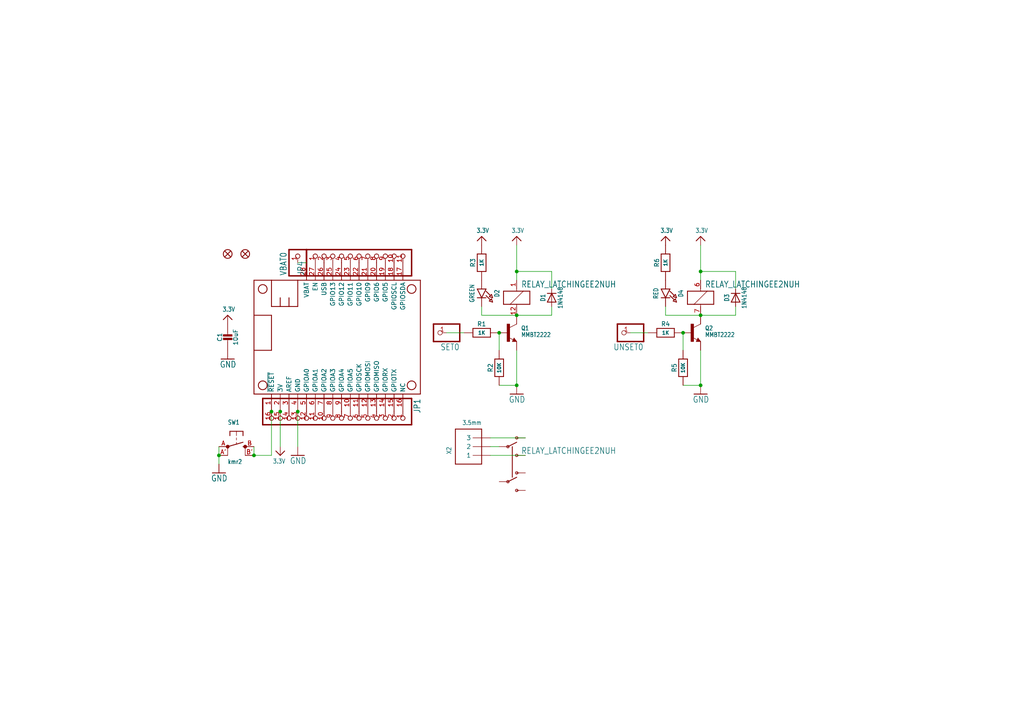
<source format=kicad_sch>
(kicad_sch (version 20230121) (generator eeschema)
  (paper "A4")
  (lib_symbols
    (symbol "working-eagle-import:3.3V" (power)
      (property "Value" "3.3V" (at -1.524 1.016 0))
      (symbol "3.3V_1_0"
        (polyline (pts (xy -1.27 -1.27) (xy 0 0)) (stroke (width 0.254)))
        (polyline (pts (xy 0 0) (xy 1.27 -1.27)) (stroke (width 0.254)))
        (pin power_in line (at 0 -2.54 90) (length 2.54) (name "3.3V") (number "1"))
      )
    )
    (symbol "working-eagle-import:CAP_CERAMIC0805-NOOUTLINE"
      (property "Reference" "C" (at -2.29 1.25 90))
      (symbol "CAP_CERAMIC0805-NOOUTLINE_1_0"
        (rectangle (start -1.27 0.508) (end 1.27 1.016) (fill (type outline)))
        (rectangle (start -1.27 1.524) (end 1.27 2.032) (fill (type outline)))
        (polyline (pts (xy 0 0.762) (xy 0 0)) (stroke (width 0.1524)))
        (polyline (pts (xy 0 2.54) (xy 0 1.778)) (stroke (width 0.1524)))
        (pin passive line (at 0 5.08 270) (length 2.54) (name "1") (number "1"))
        (pin passive line (at 0 -2.54 90) (length 2.54) (name "2") (number "2"))
      )
    )
    (symbol "working-eagle-import:DIODESOD-323"
      (property "Reference" "D" (at 0 2.54 0))
      (symbol "DIODESOD-323_1_0"
        (polyline (pts (xy -1.27 -1.27) (xy 1.27 0)) (stroke (width 0.254)))
        (polyline (pts (xy -1.27 1.27) (xy -1.27 -1.27)) (stroke (width 0.254)))
        (polyline (pts (xy 1.27 0) (xy -1.27 1.27)) (stroke (width 0.254)))
        (polyline (pts (xy 1.27 0) (xy 1.27 -1.27)) (stroke (width 0.254)))
        (polyline (pts (xy 1.27 1.27) (xy 1.27 0)) (stroke (width 0.254)))
        (pin passive line (at -2.54 0 0) (length 2.54) (name "A") (number "A"))
        (pin passive line (at 2.54 0 180) (length 2.54) (name "C") (number "C"))
      )
    )
    (symbol "working-eagle-import:FIDUCIAL{dblquote}{dblquote}"
      (symbol "FIDUCIAL{dblquote}{dblquote}_1_0"
        (polyline (pts (xy -0.762 0.762) (xy 0.762 -0.762)) (stroke (width 0.254)))
        (polyline (pts (xy 0.762 0.762) (xy -0.762 -0.762)) (stroke (width 0.254)))
        (circle (center 0 0) (radius 1.27) (stroke (width 0.254)))
      )
    )
    (symbol "working-eagle-import:GND" (power)
      (property "Value" "GND" (at -2.54 -2.54 0))
      (symbol "GND_1_0"
        (polyline (pts (xy -1.905 0) (xy 1.905 0)) (stroke (width 0.254)))
        (pin power_in line (at 0 2.54 270) (length 2.54) (name "GND") (number "1"))
      )
    )
    (symbol "working-eagle-import:HEADER-1X11"
      (property "Reference" "JP" (at -6.35 15.875 0))
      (symbol "HEADER-1X11_1_0"
        (polyline (pts (xy -6.35 -15.24) (xy 1.27 -15.24)) (stroke (width 0.4064)))
        (polyline (pts (xy -6.35 15.24) (xy -6.35 -15.24)) (stroke (width 0.4064)))
        (polyline (pts (xy 1.27 -15.24) (xy 1.27 15.24)) (stroke (width 0.4064)))
        (polyline (pts (xy 1.27 15.24) (xy -6.35 15.24)) (stroke (width 0.4064)))
        (pin passive inverted (at -2.54 12.7 0) (length 2.54) (name "1") (number "1"))
        (pin passive inverted (at -2.54 -10.16 0) (length 2.54) (name "10") (number "10"))
        (pin passive inverted (at -2.54 -12.7 0) (length 2.54) (name "11") (number "11"))
        (pin passive inverted (at -2.54 10.16 0) (length 2.54) (name "2") (number "2"))
        (pin passive inverted (at -2.54 7.62 0) (length 2.54) (name "3") (number "3"))
        (pin passive inverted (at -2.54 5.08 0) (length 2.54) (name "4") (number "4"))
        (pin passive inverted (at -2.54 2.54 0) (length 2.54) (name "5") (number "5"))
        (pin passive inverted (at -2.54 0 0) (length 2.54) (name "6") (number "6"))
        (pin passive inverted (at -2.54 -2.54 0) (length 2.54) (name "7") (number "7"))
        (pin passive inverted (at -2.54 -5.08 0) (length 2.54) (name "8") (number "8"))
        (pin passive inverted (at -2.54 -7.62 0) (length 2.54) (name "9") (number "9"))
      )
    )
    (symbol "working-eagle-import:HEADER-1X16ROUND"
      (property "Reference" "JP" (at -6.35 20.955 0))
      (symbol "HEADER-1X16ROUND_1_0"
        (polyline (pts (xy -6.35 -22.86) (xy 1.27 -22.86)) (stroke (width 0.4064)))
        (polyline (pts (xy -6.35 20.32) (xy -6.35 -22.86)) (stroke (width 0.4064)))
        (polyline (pts (xy 1.27 -22.86) (xy 1.27 20.32)) (stroke (width 0.4064)))
        (polyline (pts (xy 1.27 20.32) (xy -6.35 20.32)) (stroke (width 0.4064)))
        (pin passive inverted (at -2.54 17.78 0) (length 2.54) (name "1") (number "1"))
        (pin passive inverted (at -2.54 -5.08 0) (length 2.54) (name "10") (number "10"))
        (pin passive inverted (at -2.54 -7.62 0) (length 2.54) (name "11") (number "11"))
        (pin passive inverted (at -2.54 -10.16 0) (length 2.54) (name "12") (number "12"))
        (pin passive inverted (at -2.54 -12.7 0) (length 2.54) (name "13") (number "13"))
        (pin passive inverted (at -2.54 -15.24 0) (length 2.54) (name "14") (number "14"))
        (pin passive inverted (at -2.54 -17.78 0) (length 2.54) (name "15") (number "15"))
        (pin passive inverted (at -2.54 -20.32 0) (length 2.54) (name "16") (number "16"))
        (pin passive inverted (at -2.54 15.24 0) (length 2.54) (name "2") (number "2"))
        (pin passive inverted (at -2.54 12.7 0) (length 2.54) (name "3") (number "3"))
        (pin passive inverted (at -2.54 10.16 0) (length 2.54) (name "4") (number "4"))
        (pin passive inverted (at -2.54 7.62 0) (length 2.54) (name "5") (number "5"))
        (pin passive inverted (at -2.54 5.08 0) (length 2.54) (name "6") (number "6"))
        (pin passive inverted (at -2.54 2.54 0) (length 2.54) (name "7") (number "7"))
        (pin passive inverted (at -2.54 0 0) (length 2.54) (name "8") (number "8"))
        (pin passive inverted (at -2.54 -2.54 0) (length 2.54) (name "9") (number "9"))
      )
    )
    (symbol "working-eagle-import:HEADER-1X1ROUND"
      (property "Reference" "JP" (at -6.35 3.175 0))
      (symbol "HEADER-1X1ROUND_1_0"
        (polyline (pts (xy -6.35 -2.54) (xy 1.27 -2.54)) (stroke (width 0.4064)))
        (polyline (pts (xy -6.35 2.54) (xy -6.35 -2.54)) (stroke (width 0.4064)))
        (polyline (pts (xy 1.27 -2.54) (xy 1.27 2.54)) (stroke (width 0.4064)))
        (polyline (pts (xy 1.27 2.54) (xy -6.35 2.54)) (stroke (width 0.4064)))
        (pin passive inverted (at -2.54 0 0) (length 2.54) (name "1") (number "1"))
      )
    )
    (symbol "working-eagle-import:LED0805_NOOUTLINE"
      (property "Reference" "D" (at -1.27 4.445 0))
      (symbol "LED0805_NOOUTLINE_1_0"
        (polyline (pts (xy -2.54 -1.27) (xy 0 0)) (stroke (width 0.254)))
        (polyline (pts (xy -2.54 1.27) (xy -2.54 -1.27)) (stroke (width 0.254)))
        (polyline (pts (xy -1.905 1.27) (xy -0.635 2.54)) (stroke (width 0.254)))
        (polyline (pts (xy -0.9525 2.8575) (xy -0.3175 2.2225)) (stroke (width 0.254)))
        (polyline (pts (xy -0.635 1.27) (xy 0.635 2.54)) (stroke (width 0.254)))
        (polyline (pts (xy -0.3175 2.2225) (xy 0 3.175)) (stroke (width 0.254)))
        (polyline (pts (xy 0 0) (xy -2.54 1.27)) (stroke (width 0.254)))
        (polyline (pts (xy 0 0) (xy 0 -1.27)) (stroke (width 0.254)))
        (polyline (pts (xy 0 1.27) (xy 0 0)) (stroke (width 0.254)))
        (polyline (pts (xy 0 3.175) (xy -0.9525 2.8575)) (stroke (width 0.254)))
        (polyline (pts (xy 0.3175 2.8575) (xy 0.9525 2.2225)) (stroke (width 0.254)))
        (polyline (pts (xy 0.9525 2.2225) (xy 1.27 3.175)) (stroke (width 0.254)))
        (polyline (pts (xy 1.27 3.175) (xy 0.3175 2.8575)) (stroke (width 0.254)))
        (pin passive line (at -5.08 0 0) (length 2.54) (name "A") (number "A"))
        (pin passive line (at 2.54 0 180) (length 2.54) (name "C") (number "C"))
      )
    )
    (symbol "working-eagle-import:MICROSHIELD"
      (symbol "MICROSHIELD_1_0"
        (polyline (pts (xy 0 0) (xy 48.26 0)) (stroke (width 0.254)))
        (polyline (pts (xy 0 12.7) (xy 0 0)) (stroke (width 0.254)))
        (polyline (pts (xy 0 22.86) (xy 0 12.7)) (stroke (width 0.254)))
        (polyline (pts (xy 0 22.86) (xy 5.08 22.86)) (stroke (width 0.254)))
        (polyline (pts (xy 0 33.02) (xy 0 22.86)) (stroke (width 0.254)))
        (polyline (pts (xy 5.08 12.7) (xy 0 12.7)) (stroke (width 0.254)))
        (polyline (pts (xy 5.08 22.86) (xy 5.08 12.7)) (stroke (width 0.254)))
        (polyline (pts (xy 5.08 25.4) (xy 7.62 25.4)) (stroke (width 0.254)))
        (polyline (pts (xy 5.08 33.02) (xy 0 33.02)) (stroke (width 0.254)))
        (polyline (pts (xy 5.08 33.02) (xy 5.08 25.4)) (stroke (width 0.254)))
        (polyline (pts (xy 7.62 25.4) (xy 10.16 25.4)) (stroke (width 0.254)))
        (polyline (pts (xy 7.62 27.94) (xy 7.62 25.4)) (stroke (width 0.254)))
        (polyline (pts (xy 10.16 25.4) (xy 12.7 25.4)) (stroke (width 0.254)))
        (polyline (pts (xy 10.16 27.94) (xy 10.16 25.4)) (stroke (width 0.254)))
        (polyline (pts (xy 12.7 25.4) (xy 12.7 33.02)) (stroke (width 0.254)))
        (polyline (pts (xy 12.7 33.02) (xy 5.08 33.02)) (stroke (width 0.254)))
        (polyline (pts (xy 48.26 0) (xy 48.26 33.02)) (stroke (width 0.254)))
        (polyline (pts (xy 48.26 33.02) (xy 12.7 33.02)) (stroke (width 0.254)))
        (circle (center 2.54 2.54) (radius 1.27) (stroke (width 0.254)))
        (circle (center 2.54 30.48) (radius 1.27) (stroke (width 0.254)))
        (circle (center 45.72 2.54) (radius 1.27) (stroke (width 0.254)))
        (circle (center 45.72 30.48) (radius 1.27) (stroke (width 0.254)))
        (pin input line (at 5.08 -5.08 90) (length 5.08) (name "~{RESET}") (number "1"))
        (pin bidirectional line (at 27.94 -5.08 90) (length 5.08) (name "GPIOA5") (number "10"))
        (pin bidirectional line (at 30.48 -5.08 90) (length 5.08) (name "GPIOSCK") (number "11"))
        (pin bidirectional line (at 33.02 -5.08 90) (length 5.08) (name "GPIOMOSI") (number "12"))
        (pin bidirectional line (at 35.56 -5.08 90) (length 5.08) (name "GPIOMISO") (number "13"))
        (pin bidirectional line (at 38.1 -5.08 90) (length 5.08) (name "GPIORX") (number "14"))
        (pin bidirectional line (at 40.64 -5.08 90) (length 5.08) (name "GPIOTX") (number "15"))
        (pin passive line (at 43.18 -5.08 90) (length 5.08) (name "NC") (number "16"))
        (pin bidirectional line (at 43.18 38.1 270) (length 5.08) (name "GPIOSDA") (number "17"))
        (pin bidirectional line (at 40.64 38.1 270) (length 5.08) (name "GPIOSCL") (number "18"))
        (pin bidirectional line (at 38.1 38.1 270) (length 5.08) (name "GPIO5") (number "19"))
        (pin power_in line (at 7.62 -5.08 90) (length 5.08) (name "3V") (number "2"))
        (pin bidirectional line (at 35.56 38.1 270) (length 5.08) (name "GPIO6") (number "20"))
        (pin bidirectional line (at 33.02 38.1 270) (length 5.08) (name "GPIO9") (number "21"))
        (pin bidirectional line (at 30.48 38.1 270) (length 5.08) (name "GPIO10") (number "22"))
        (pin bidirectional line (at 27.94 38.1 270) (length 5.08) (name "GPIO11") (number "23"))
        (pin bidirectional line (at 25.4 38.1 270) (length 5.08) (name "GPIO12") (number "24"))
        (pin bidirectional line (at 22.86 38.1 270) (length 5.08) (name "GPIO13") (number "25"))
        (pin power_in line (at 20.32 38.1 270) (length 5.08) (name "USB") (number "26"))
        (pin passive line (at 17.78 38.1 270) (length 5.08) (name "EN") (number "27"))
        (pin power_in line (at 15.24 38.1 270) (length 5.08) (name "VBAT") (number "28"))
        (pin passive line (at 10.16 -5.08 90) (length 5.08) (name "AREF") (number "3"))
        (pin power_in line (at 12.7 -5.08 90) (length 5.08) (name "GND") (number "4"))
        (pin bidirectional line (at 15.24 -5.08 90) (length 5.08) (name "GPIOA0") (number "5"))
        (pin bidirectional line (at 17.78 -5.08 90) (length 5.08) (name "GPIOA1") (number "6"))
        (pin bidirectional line (at 20.32 -5.08 90) (length 5.08) (name "GPIOA2") (number "7"))
        (pin bidirectional line (at 22.86 -5.08 90) (length 5.08) (name "GPIOA3") (number "8"))
        (pin bidirectional line (at 25.4 -5.08 90) (length 5.08) (name "GPIOA4") (number "9"))
      )
    )
    (symbol "working-eagle-import:RELAY_LATCHINGEE2NUH"
      (symbol "RELAY_LATCHINGEE2NUH_1_0"
        (polyline (pts (xy -3.81 -1.905) (xy -1.905 -1.905)) (stroke (width 0.254)))
        (polyline (pts (xy -3.81 1.905) (xy -3.81 -1.905)) (stroke (width 0.254)))
        (polyline (pts (xy -1.905 -1.905) (xy 0 -1.905)) (stroke (width 0.254)))
        (polyline (pts (xy -1.905 -1.905) (xy 1.905 1.905)) (stroke (width 0.1524)))
        (polyline (pts (xy 0 -2.54) (xy 0 -1.905)) (stroke (width 0.1524)))
        (polyline (pts (xy 0 -1.905) (xy 3.81 -1.905)) (stroke (width 0.254)))
        (polyline (pts (xy 0 1.905) (xy -3.81 1.905)) (stroke (width 0.254)))
        (polyline (pts (xy 0 2.54) (xy 0 1.905)) (stroke (width 0.1524)))
        (polyline (pts (xy 1.905 1.905) (xy 0 1.905)) (stroke (width 0.254)))
        (polyline (pts (xy 3.81 -1.905) (xy 3.81 1.905)) (stroke (width 0.254)))
        (polyline (pts (xy 3.81 1.905) (xy 1.905 1.905)) (stroke (width 0.254)))
        (pin passive line (at 0 5.08 270) (length 2.54) (name "1") (number "1"))
        (pin passive line (at 0 -5.08 90) (length 2.54) (name "2") (number "12"))
      )
      (symbol "RELAY_LATCHINGEE2NUH_2_0"
        (circle (center -2.54 -5.08) (radius 0.3592) (stroke (width 0.2032)))
        (circle (center -2.54 5.08) (radius 0.3592) (stroke (width 0.2032)))
        (circle (center 0 -7.62) (radius 0.3592) (stroke (width 0.2032)))
        (circle (center 0 -2.54) (radius 0.3592) (stroke (width 0.2032)))
        (polyline (pts (xy -2.54 -5.08) (xy 0 -3.81)) (stroke (width 0.254)))
        (polyline (pts (xy -2.54 5.08) (xy 0 6.35)) (stroke (width 0.254)))
        (polyline (pts (xy -1.27 5.08) (xy -1.27 -3.81)) (stroke (width 0.254)))
        (polyline (pts (xy 0 -7.62) (xy 0.635 -7.62)) (stroke (width 0.127)))
        (polyline (pts (xy 0 -2.54) (xy 0.635 -2.54)) (stroke (width 0.1524)))
        (polyline (pts (xy 0 2.54) (xy 0.635 2.54)) (stroke (width 0.127)))
        (polyline (pts (xy 0 7.62) (xy 0.635 7.62)) (stroke (width 0.1524)))
        (circle (center 0 2.54) (radius 0.3592) (stroke (width 0.2032)))
        (circle (center 0 7.62) (radius 0.3592) (stroke (width 0.2032)))
        (pin passive line (at 2.54 7.62 180) (length 2.54) (name "O1") (number "10"))
        (pin passive line (at 2.54 -2.54 180) (length 2.54) (name "O2") (number "3"))
        (pin passive line (at -5.08 -5.08 0) (length 2.54) (name "P2") (number "4"))
        (pin passive line (at 2.54 -7.62 180) (length 2.54) (name "S2") (number "5"))
        (pin passive line (at 2.54 2.54 180) (length 2.54) (name "S1") (number "8"))
        (pin passive line (at -5.08 5.08 0) (length 2.54) (name "P1") (number "9"))
      )
      (symbol "RELAY_LATCHINGEE2NUH_3_0"
        (polyline (pts (xy -3.81 -1.905) (xy -1.905 -1.905)) (stroke (width 0.254)))
        (polyline (pts (xy -3.81 1.905) (xy -3.81 -1.905)) (stroke (width 0.254)))
        (polyline (pts (xy -1.905 -1.905) (xy 0 -1.905)) (stroke (width 0.254)))
        (polyline (pts (xy -1.905 -1.905) (xy 1.905 1.905)) (stroke (width 0.1524)))
        (polyline (pts (xy 0 -2.54) (xy 0 -1.905)) (stroke (width 0.1524)))
        (polyline (pts (xy 0 -1.905) (xy 3.81 -1.905)) (stroke (width 0.254)))
        (polyline (pts (xy 0 1.905) (xy -3.81 1.905)) (stroke (width 0.254)))
        (polyline (pts (xy 0 2.54) (xy 0 1.905)) (stroke (width 0.1524)))
        (polyline (pts (xy 1.905 1.905) (xy 0 1.905)) (stroke (width 0.254)))
        (polyline (pts (xy 3.81 -1.905) (xy 3.81 1.905)) (stroke (width 0.254)))
        (polyline (pts (xy 3.81 1.905) (xy 1.905 1.905)) (stroke (width 0.254)))
        (pin passive line (at 0 5.08 270) (length 2.54) (name "1") (number "6"))
        (pin passive line (at 0 -5.08 90) (length 2.54) (name "2") (number "7"))
      )
    )
    (symbol "working-eagle-import:RESISTOR0805_NOOUTLINE"
      (property "Reference" "R" (at 0 2.54 0))
      (symbol "RESISTOR0805_NOOUTLINE_1_0"
        (polyline (pts (xy -2.54 -1.27) (xy -2.54 1.27)) (stroke (width 0.254)))
        (polyline (pts (xy -2.54 1.27) (xy 2.54 1.27)) (stroke (width 0.254)))
        (polyline (pts (xy 2.54 -1.27) (xy -2.54 -1.27)) (stroke (width 0.254)))
        (polyline (pts (xy 2.54 1.27) (xy 2.54 -1.27)) (stroke (width 0.254)))
        (pin passive line (at -5.08 0 0) (length 2.54) (name "1") (number "1"))
        (pin passive line (at 5.08 0 180) (length 2.54) (name "2") (number "2"))
      )
    )
    (symbol "working-eagle-import:SWITCH_TACT_SMT4.6X2.8"
      (property "Reference" "SW" (at -2.54 6.35 0))
      (symbol "SWITCH_TACT_SMT4.6X2.8_1_0"
        (circle (center -2.54 0) (radius 0.127) (stroke (width 0.4064)))
        (polyline (pts (xy -2.54 -2.54) (xy -2.54 0)) (stroke (width 0.1524)))
        (polyline (pts (xy -2.54 0) (xy 1.905 1.27)) (stroke (width 0.254)))
        (polyline (pts (xy -1.905 4.445) (xy -1.905 3.175)) (stroke (width 0.254)))
        (polyline (pts (xy 0 1.27) (xy 0 0.635)) (stroke (width 0.1524)))
        (polyline (pts (xy 0 2.54) (xy 0 1.905)) (stroke (width 0.1524)))
        (polyline (pts (xy 0 4.445) (xy -1.905 4.445)) (stroke (width 0.254)))
        (polyline (pts (xy 0 4.445) (xy 0 3.175)) (stroke (width 0.1524)))
        (polyline (pts (xy 1.905 0) (xy 2.54 0)) (stroke (width 0.254)))
        (polyline (pts (xy 1.905 4.445) (xy 0 4.445)) (stroke (width 0.254)))
        (polyline (pts (xy 1.905 4.445) (xy 1.905 3.175)) (stroke (width 0.254)))
        (polyline (pts (xy 2.54 -2.54) (xy 2.54 0)) (stroke (width 0.1524)))
        (circle (center 2.54 0) (radius 0.127) (stroke (width 0.4064)))
        (pin passive line (at -5.08 0 0) (length 2.54) (name "P") (number "A"))
        (pin passive line (at -5.08 -2.54 0) (length 2.54) (name "P1") (number "A'"))
        (pin passive line (at 5.08 0 180) (length 2.54) (name "S") (number "B"))
        (pin passive line (at 5.08 -2.54 180) (length 2.54) (name "S1") (number "B'"))
      )
    )
    (symbol "working-eagle-import:TERMBLOCK_1X3"
      (property "Reference" "X" (at -2.54 7.62 0))
      (symbol "TERMBLOCK_1X3_1_0"
        (polyline (pts (xy -2.54 -5.08) (xy 5.08 -5.08)) (stroke (width 0.254)))
        (polyline (pts (xy -2.54 5.08) (xy -2.54 -5.08)) (stroke (width 0.254)))
        (polyline (pts (xy 5.08 -5.08) (xy 5.08 5.08)) (stroke (width 0.254)))
        (polyline (pts (xy 5.08 5.08) (xy -2.54 5.08)) (stroke (width 0.254)))
        (pin passive line (at -5.08 2.54 0) (length 5.08) (name "1") (number "1"))
        (pin passive line (at -5.08 0 0) (length 5.08) (name "2") (number "2"))
        (pin passive line (at -5.08 -2.54 0) (length 5.08) (name "3") (number "3"))
      )
    )
    (symbol "working-eagle-import:TRANSISTOR_NPN"
      (property "Reference" "Q" (at 1.27 0.635 0))
      (symbol "TRANSISTOR_NPN_1_0"
        (rectangle (start -2.794 -2.54) (end -2.032 2.54) (fill (type outline)))
        (polyline (pts (xy -1.27 -2.54) (xy -0.762 -1.524)) (stroke (width 0.1524)))
        (polyline (pts (xy -1.016 -2.413) (xy -0.254 -2.413)) (stroke (width 0.254)))
        (polyline (pts (xy -1.016 -2.286) (xy -0.635 -2.286)) (stroke (width 0.254)))
        (polyline (pts (xy -1 -2.04) (xy -2.232 -1.424)) (stroke (width 0.1524)))
        (polyline (pts (xy -0.762 -1.778) (xy -1.016 -2.286)) (stroke (width 0.254)))
        (polyline (pts (xy -0.762 -1.524) (xy 0 -2.54)) (stroke (width 0.1524)))
        (polyline (pts (xy -0.635 -2.286) (xy -0.762 -2.032)) (stroke (width 0.254)))
        (polyline (pts (xy -0.254 -2.413) (xy -0.762 -1.778)) (stroke (width 0.254)))
        (polyline (pts (xy 0 -2.54) (xy -1.27 -2.54)) (stroke (width 0.1524)))
        (polyline (pts (xy 0 2.54) (xy -2.032 1.524)) (stroke (width 0.1524)))
        (pin passive line (at -5.08 0 0) (length 2.54) (name "B") (number "1"))
        (pin passive line (at 0 -5.08 90) (length 2.54) (name "E") (number "2"))
        (pin passive line (at 0 5.08 270) (length 2.54) (name "C") (number "3"))
      )
    )
  )
  (junction (at 149.86 78.74))
  (junction (at 73.66 132.08))
  (junction (at 198.12 96.52))
  (junction (at 144.78 96.52))
  (junction (at 203.2 78.74))
  (junction (at 203.2 111.76))
  (junction (at 78.74 119.38))
  (junction (at 86.36 119.38))
  (junction (at 149.86 91.44))
  (junction (at 63.5 132.08))
  (junction (at 149.86 111.76))
  (junction (at 81.28 119.38))
  (junction (at 203.2 91.44))
  (wire (pts (xy 78.74 132.08) (xy 78.74 119.38)) (stroke (width 0.1524)))
  (wire (pts (xy 182.88 96.52) (xy 187.96 96.52)) (stroke (width 0.1524)))
  (wire (pts (xy 193.04 91.44) (xy 203.2 91.44)) (stroke (width 0.1524)))
  (wire (pts (xy 193.04 88.9) (xy 193.04 91.44)) (stroke (width 0.1524)))
  (wire (pts (xy 86.36 76.2) (xy 88.9 76.2)) (stroke (width 0.1524)))
  (wire (pts (xy 139.7 88.9) (xy 139.7 91.44)) (stroke (width 0.1524)))
  (wire (pts (xy 149.86 78.74) (xy 149.86 71.12)) (stroke (width 0.1524)))
  (wire (pts (xy 129.54 96.52) (xy 134.62 96.52)) (stroke (width 0.1524)))
  (wire (pts (xy 203.2 91.44) (xy 213.36 91.44)) (stroke (width 0.1524)))
  (wire (pts (xy 203.2 111.76) (xy 203.2 101.6)) (stroke (width 0.1524)))
  (wire (pts (xy 142.24 129.54) (xy 144.78 129.54)) (stroke (width 0.1524)))
  (wire (pts (xy 63.5 132.08) (xy 63.5 129.54)) (stroke (width 0.1524)))
  (wire (pts (xy 160.02 91.44) (xy 160.02 88.9)) (stroke (width 0.1524)))
  (wire (pts (xy 203.2 78.74) (xy 203.2 71.12)) (stroke (width 0.1524)))
  (wire (pts (xy 203.2 78.74) (xy 203.2 81.28)) (stroke (width 0.1524)))
  (wire (pts (xy 73.66 129.54) (xy 73.66 132.08)) (stroke (width 0.1524)))
  (wire (pts (xy 139.7 91.44) (xy 149.86 91.44)) (stroke (width 0.1524)))
  (wire (pts (xy 160.02 83.82) (xy 160.02 78.74)) (stroke (width 0.1524)))
  (wire (pts (xy 73.66 132.08) (xy 78.74 132.08)) (stroke (width 0.1524)))
  (wire (pts (xy 213.36 78.74) (xy 203.2 78.74)) (stroke (width 0.1524)))
  (wire (pts (xy 149.86 78.74) (xy 149.86 81.28)) (stroke (width 0.1524)))
  (wire (pts (xy 149.86 91.44) (xy 160.02 91.44)) (stroke (width 0.1524)))
  (wire (pts (xy 81.28 129.54) (xy 81.28 119.38)) (stroke (width 0.1524)))
  (wire (pts (xy 144.78 111.76) (xy 149.86 111.76)) (stroke (width 0.1524)))
  (wire (pts (xy 198.12 101.6) (xy 198.12 96.52)) (stroke (width 0.1524)))
  (wire (pts (xy 198.12 111.76) (xy 203.2 111.76)) (stroke (width 0.1524)))
  (wire (pts (xy 160.02 78.74) (xy 149.86 78.74)) (stroke (width 0.1524)))
  (wire (pts (xy 152.4 127) (xy 142.24 127)) (stroke (width 0.1524)))
  (wire (pts (xy 213.36 83.82) (xy 213.36 78.74)) (stroke (width 0.1524)))
  (wire (pts (xy 142.24 132.08) (xy 152.4 132.08)) (stroke (width 0.1524)))
  (wire (pts (xy 63.5 132.08) (xy 63.5 134.62)) (stroke (width 0.1524)))
  (wire (pts (xy 86.36 129.54) (xy 86.36 119.38)) (stroke (width 0.1524)))
  (wire (pts (xy 213.36 91.44) (xy 213.36 88.9)) (stroke (width 0.1524)))
  (wire (pts (xy 144.78 101.6) (xy 144.78 96.52)) (stroke (width 0.1524)))
  (wire (pts (xy 149.86 111.76) (xy 149.86 101.6)) (stroke (width 0.1524)))
  (symbol (lib_id "working-eagle-import:HEADER-1X16ROUND") (at 99.06 121.92 270) (unit 1)
    (property "Reference" "JP1" (at 120.015 115.57 0) (effects (font (size 1.778 1.5113)) (justify left bottom)))
    (property "Value" "HEADER-1X16ROUND" (effects hide))
    (property "Footprint" "working:1X16_ROUND" (effects hide))
  )
  (symbol (lib_id "working-eagle-import:HEADER-1X1ROUND") (at 86.36 73.66 90) (unit 1)
    (property "Reference" "VBAT0" (at 83.185 80.01 0) (effects (font (size 1.778 1.5113)) (justify left bottom)))
    (property "Value" "HEADER-1X1ROUND" (effects hide))
    (property "Footprint" "working:1X01_ROUND" (effects hide))
  )
  (symbol (lib_id "working-eagle-import:TRANSISTOR_NPN") (at 149.86 96.52 0) (unit 1)
    (property "Reference" "Q1" (at 151.13 95.885 0) (effects (font (size 1.27 1.0795)) (justify left bottom)))
    (property "Value" "MMBT2222" (at 151.13 97.79 0) (effects (font (size 1.27 1.0795)) (justify left bottom)))
    (property "Footprint" "working:SOT23-R" (effects hide))
  )
  (symbol (lib_id "working-eagle-import:RELAY_LATCHINGEE2NUH") (at 149.86 134.62 0) (unit 2)
    (property "Reference" "X3" (effects hide))
    (property "Value" "RELAY_LATCHINGEE2NUH" (at 151.13 131.699 0) (effects (font (size 1.778 1.5113)) (justify left bottom)))
    (property "Footprint" "working:RELAY_EE2_LATCH" (effects hide))
  )
  (symbol (lib_id "working-eagle-import:RESISTOR0805_NOOUTLINE") (at 198.12 106.68 90) (unit 1)
    (property "Reference" "R5" (at 195.58 106.68 0))
    (property "Value" "10K" (at 198.12 106.68 0) (effects (font (size 1.016 1.016) bold)))
    (property "Footprint" "working:0805-NO" (effects hide))
  )
  (symbol (lib_id "working-eagle-import:RESISTOR0805_NOOUTLINE") (at 193.04 96.52 0) (unit 1)
    (property "Reference" "R4" (at 193.04 93.98 0))
    (property "Value" "1K" (at 193.04 96.52 0) (effects (font (size 1.016 1.016) bold)))
    (property "Footprint" "working:0805-NO" (effects hide))
  )
  (symbol (lib_id "working-eagle-import:3.3V") (at 193.04 68.58 0) (unit 1)
    (property "Reference" "#U$7" (effects hide))
    (property "Value" "3.3V" (at 191.516 67.564 0) (effects (font (size 1.27 1.0795)) (justify left bottom)))
  )
  (symbol (lib_id "working-eagle-import:RESISTOR0805_NOOUTLINE") (at 139.7 96.52 0) (unit 1)
    (property "Reference" "R1" (at 139.7 93.98 0))
    (property "Value" "1K" (at 139.7 96.52 0) (effects (font (size 1.016 1.016) bold)))
    (property "Footprint" "working:0805-NO" (effects hide))
  )
  (symbol (lib_id "working-eagle-import:3.3V") (at 81.28 132.08 180) (unit 1)
    (property "Reference" "#U$1" (effects hide))
    (property "Value" "3.3V" (at 82.804 133.096 0) (effects (font (size 1.27 1.0795)) (justify left bottom)))
  )
  (symbol (lib_id "working-eagle-import:RELAY_LATCHINGEE2NUH") (at 203.2 86.36 0) (unit 3)
    (property "Reference" "X3" (effects hide))
    (property "Value" "RELAY_LATCHINGEE2NUH" (at 204.47 83.439 0) (effects (font (size 1.778 1.5113)) (justify left bottom)))
    (property "Footprint" "working:RELAY_EE2_LATCH" (effects hide))
  )
  (symbol (lib_id "working-eagle-import:LED0805_NOOUTLINE") (at 139.7 86.36 270) (unit 1)
    (property "Reference" "D2" (at 144.145 85.09 0) (effects (font (size 1.27 1.0795))))
    (property "Value" "GREEN" (at 136.906 85.09 0) (effects (font (size 1.27 1.0795))))
    (property "Footprint" "working:CHIPLED_0805_NOOUTLINE" (effects hide))
  )
  (symbol (lib_id "working-eagle-import:TERMBLOCK_1X3") (at 137.16 129.54 180) (unit 1)
    (property "Reference" "X2" (at 129.54 129.54 90) (effects (font (size 1.27 1.0795)) (justify left bottom)))
    (property "Value" "3.5mm" (at 139.7 121.92 0) (effects (font (size 1.27 1.0795)) (justify left bottom)))
    (property "Footprint" "working:TERMBLOCK_1X3-3.5MM" (effects hide))
  )
  (symbol (lib_id "working-eagle-import:GND") (at 203.2 114.3 0) (mirror y) (unit 1)
    (property "Reference" "#GND5" (effects hide))
    (property "Value" "GND" (at 205.74 116.84 0) (effects (font (size 1.778 1.5113)) (justify left bottom)))
  )
  (symbol (lib_id "working-eagle-import:GND") (at 66.04 104.14 0) (mirror y) (unit 1)
    (property "Reference" "#GND2" (effects hide))
    (property "Value" "GND" (at 68.58 106.68 0) (effects (font (size 1.778 1.5113)) (justify left bottom)))
  )
  (symbol (lib_id "working-eagle-import:MICROSHIELD") (at 73.66 114.3 0) (unit 1)
    (property "Reference" "MS1" (effects hide))
    (property "Value" "MICROSHIELD" (effects hide))
    (property "Footprint" "working:MICROSHIELD" (effects hide))
  )
  (symbol (lib_id "working-eagle-import:DIODESOD-323") (at 160.02 86.36 90) (unit 1)
    (property "Reference" "D1" (at 157.48 86.36 0) (effects (font (size 1.27 1.0795))))
    (property "Value" "1N4148" (at 162.52 86.36 0) (effects (font (size 1.27 1.0795))))
    (property "Footprint" "working:SOD-323" (effects hide))
  )
  (symbol (lib_id "working-eagle-import:CAP_CERAMIC0805-NOOUTLINE") (at 66.04 99.06 0) (unit 1)
    (property "Reference" "C1" (at 63.75 97.81 90))
    (property "Value" "10uF" (at 68.34 97.81 90))
    (property "Footprint" "working:0805-NO" (effects hide))
  )
  (symbol (lib_id "working-eagle-import:GND") (at 149.86 114.3 0) (mirror y) (unit 1)
    (property "Reference" "#GND1" (effects hide))
    (property "Value" "GND" (at 152.4 116.84 0) (effects (font (size 1.778 1.5113)) (justify left bottom)))
  )
  (symbol (lib_id "working-eagle-import:LED0805_NOOUTLINE") (at 193.04 86.36 270) (unit 1)
    (property "Reference" "D4" (at 197.485 85.09 0) (effects (font (size 1.27 1.0795))))
    (property "Value" "RED" (at 190.246 85.09 0) (effects (font (size 1.27 1.0795))))
    (property "Footprint" "working:CHIPLED_0805_NOOUTLINE" (effects hide))
  )
  (symbol (lib_id "working-eagle-import:RESISTOR0805_NOOUTLINE") (at 139.7 76.2 90) (unit 1)
    (property "Reference" "R3" (at 137.16 76.2 0))
    (property "Value" "1K" (at 139.7 76.2 0) (effects (font (size 1.016 1.016) bold)))
    (property "Footprint" "working:0805-NO" (effects hide))
  )
  (symbol (lib_id "working-eagle-import:3.3V") (at 203.2 68.58 0) (unit 1)
    (property "Reference" "#U$5" (effects hide))
    (property "Value" "3.3V" (at 201.676 67.564 0) (effects (font (size 1.27 1.0795)) (justify left bottom)))
  )
  (symbol (lib_id "working-eagle-import:SWITCH_TACT_SMT4.6X2.8") (at 68.58 129.54 0) (unit 1)
    (property "Reference" "SW1" (at 66.04 123.19 0) (effects (font (size 1.27 1.0795)) (justify left bottom)))
    (property "Value" "kmr2" (at 66.04 134.62 0) (effects (font (size 1.27 1.0795)) (justify left bottom)))
    (property "Footprint" "working:BTN_KMR2_4.6X2.8" (effects hide))
  )
  (symbol (lib_id "working-eagle-import:RESISTOR0805_NOOUTLINE") (at 193.04 76.2 90) (unit 1)
    (property "Reference" "R6" (at 190.5 76.2 0))
    (property "Value" "1K" (at 193.04 76.2 0) (effects (font (size 1.016 1.016) bold)))
    (property "Footprint" "working:0805-NO" (effects hide))
  )
  (symbol (lib_id "working-eagle-import:GND") (at 63.5 137.16 0) (mirror y) (unit 1)
    (property "Reference" "#GND3" (effects hide))
    (property "Value" "GND" (at 66.04 139.7 0) (effects (font (size 1.778 1.5113)) (justify left bottom)))
  )
  (symbol (lib_id "working-eagle-import:3.3V") (at 66.04 91.44 0) (unit 1)
    (property "Reference" "#U$3" (effects hide))
    (property "Value" "3.3V" (at 64.516 90.424 0) (effects (font (size 1.27 1.0795)) (justify left bottom)))
  )
  (symbol (lib_id "working-eagle-import:HEADER-1X11") (at 104.14 73.66 90) (unit 1)
    (property "Reference" "JP4" (at 88.265 80.01 0) (effects (font (size 1.778 1.5113)) (justify left bottom)))
    (property "Value" "HEADER-1X11" (effects hide))
    (property "Footprint" "working:1X11_ROUND" (effects hide))
  )
  (symbol (lib_id "working-eagle-import:3.3V") (at 139.7 68.58 0) (unit 1)
    (property "Reference" "#U$4" (effects hide))
    (property "Value" "3.3V" (at 138.176 67.564 0) (effects (font (size 1.27 1.0795)) (justify left bottom)))
  )
  (symbol (lib_id "working-eagle-import:FIDUCIAL{dblquote}{dblquote}") (at 66.04 73.66 0) (unit 1)
    (property "Reference" "FID3" (effects hide))
    (property "Value" "FIDUCIAL{dblquote}{dblquote}" (effects hide))
    (property "Footprint" "working:FIDUCIAL_1MM" (effects hide))
  )
  (symbol (lib_id "working-eagle-import:DIODESOD-323") (at 213.36 86.36 90) (unit 1)
    (property "Reference" "D3" (at 210.82 86.36 0) (effects (font (size 1.27 1.0795))))
    (property "Value" "1N4148" (at 215.86 86.36 0) (effects (font (size 1.27 1.0795))))
    (property "Footprint" "working:SOD-323" (effects hide))
  )
  (symbol (lib_id "working-eagle-import:FIDUCIAL{dblquote}{dblquote}") (at 71.12 73.66 0) (unit 1)
    (property "Reference" "FID2" (effects hide))
    (property "Value" "FIDUCIAL{dblquote}{dblquote}" (effects hide))
    (property "Footprint" "working:FIDUCIAL_1MM" (effects hide))
  )
  (symbol (lib_id "working-eagle-import:HEADER-1X1ROUND") (at 127 96.52 180) (unit 1)
    (property "Reference" "SET0" (at 133.35 99.695 0) (effects (font (size 1.778 1.5113)) (justify left bottom)))
    (property "Value" "HEADER-1X1ROUND" (effects hide))
    (property "Footprint" "working:1X01_ROUND" (effects hide))
  )
  (symbol (lib_id "working-eagle-import:RELAY_LATCHINGEE2NUH") (at 149.86 86.36 0) (unit 1)
    (property "Reference" "X3" (effects hide))
    (property "Value" "RELAY_LATCHINGEE2NUH" (at 151.13 83.439 0) (effects (font (size 1.778 1.5113)) (justify left bottom)))
    (property "Footprint" "working:RELAY_EE2_LATCH" (effects hide))
  )
  (symbol (lib_id "working-eagle-import:RESISTOR0805_NOOUTLINE") (at 144.78 106.68 90) (unit 1)
    (property "Reference" "R2" (at 142.24 106.68 0))
    (property "Value" "10K" (at 144.78 106.68 0) (effects (font (size 1.016 1.016) bold)))
    (property "Footprint" "working:0805-NO" (effects hide))
  )
  (symbol (lib_id "working-eagle-import:GND") (at 86.36 132.08 0) (mirror y) (unit 1)
    (property "Reference" "#GND4" (effects hide))
    (property "Value" "GND" (at 88.9 134.62 0) (effects (font (size 1.778 1.5113)) (justify left bottom)))
  )
  (symbol (lib_id "working-eagle-import:3.3V") (at 149.86 68.58 0) (unit 1)
    (property "Reference" "#U$2" (effects hide))
    (property "Value" "3.3V" (at 148.336 67.564 0) (effects (font (size 1.27 1.0795)) (justify left bottom)))
  )
  (symbol (lib_id "working-eagle-import:HEADER-1X1ROUND") (at 180.34 96.52 180) (unit 1)
    (property "Reference" "UNSET0" (at 186.69 99.695 0) (effects (font (size 1.778 1.5113)) (justify left bottom)))
    (property "Value" "HEADER-1X1ROUND" (effects hide))
    (property "Footprint" "working:1X01_ROUND" (effects hide))
  )
  (symbol (lib_id "working-eagle-import:TRANSISTOR_NPN") (at 203.2 96.52 0) (unit 1)
    (property "Reference" "Q2" (at 204.47 95.885 0) (effects (font (size 1.27 1.0795)) (justify left bottom)))
    (property "Value" "MMBT2222" (at 204.47 97.79 0) (effects (font (size 1.27 1.0795)) (justify left bottom)))
    (property "Footprint" "working:SOT23-R" (effects hide))
  )
)
</source>
